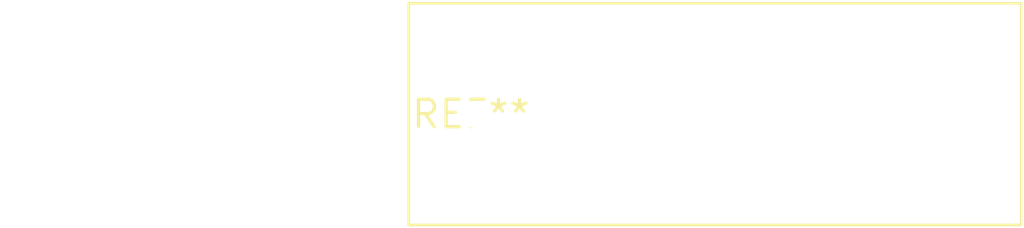
<source format=kicad_pcb>
(kicad_pcb (version 20240108) (generator pcbnew)
  (layers (0 "F.Cu" signal) (31 "B.Cu" signal) (34 "B.Paste" user) (35 "F.Paste" user) (36 "B.SilkS" user "B.Silkscreen") (37 "F.SilkS" user "F.Silkscreen") (38 "B.Mask" user) (39 "F.Mask" user) (44 "Edge.Cuts" user))
  (net 0 "")
  (footprint "C_Rect_L28.0mm_W10.0mm_P22.50mm_MKS4" (layer "F.Cu") (at 0 0)
    (property "Reference" "REF**")
    (property "Value" "C_Rect_L28.0mm_W10.0mm_P22.50mm_MKS4")
    (fp_line (start -2.87 -5.12) (end -2.87 5.12) (layer "F.SilkS") (stroke (width 0.12)))
    (fp_line (start -2.87 -5.12) (end 25.37 -5.12) (layer "F.SilkS") (stroke (width 0.12)))
    (fp_line (start -2.87 5.12) (end 25.37 5.12) (layer "F.SilkS") (stroke (width 0.12)))
    (fp_line (start 25.37 -5.12) (end 25.37 5.12) (layer "F.SilkS") (stroke (width 0.12)))
    (pad "1" thru_hole circle (at 0 0) (size 2.4 2.4) (drill 1.2) (layers *.Cu *.Mask) (remove_unused_layers))
    (pad "2" thru_hole circle (at 22.5 0) (size 2.4 2.4) (drill 1.2) (layers *.Cu *.Mask) (remove_unused_layers))
  )
)
</source>
